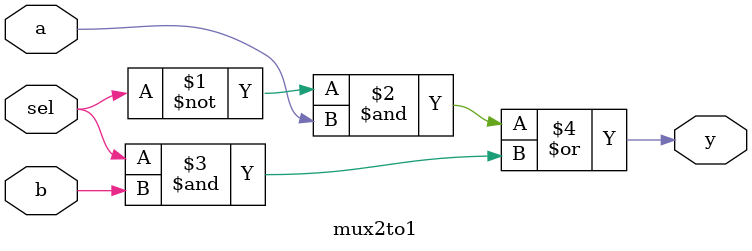
<source format=v>
module mux2to1(input a, b, sel, output y);
    // input a, b are the two inputs to the multiplexer
    // sel is the select signal that chooses which input to pass through to the output
    // output y is the output of the multiplexer
    
    // If sel is 0, output y is connected to input a
    // If sel is 1, output y is connected to input b
    assign y = (~sel & a) | (sel & b);
    // The assign statement uses bitwise operators to connect the output to the selected input:
    //   - The ~ operator inverts sel to produce its negated value
    //   - The & operator performs a bitwise AND between the negated sel value and input a, producing a intermediate value
    //   - The & operator performs a bitwise AND between sel and input b, producing another intermediate value
    //   - The | operator performs a bitwise OR between the two intermediate values, producing the final output
endmodule


</source>
